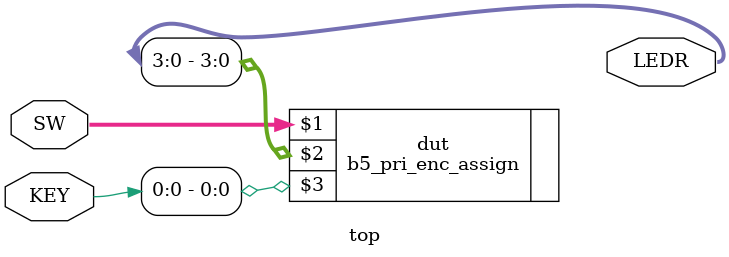
<source format=v>
module top (SW, KEY, LEDR);

    input wire [9:0] SW;        // DE-series switches
    input wire [3:0] KEY;       // DE-series pushbuttons

    output wire [9:0] LEDR;     // DE-series LEDs   

    b5_pri_enc_assign dut (SW[9:0], LEDR[3:0], KEY[0]);
 
endmodule


</source>
